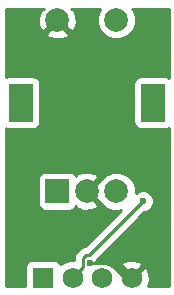
<source format=gbr>
G04 #@! TF.FileFunction,Copper,L2,Bot,Signal*
%FSLAX46Y46*%
G04 Gerber Fmt 4.6, Leading zero omitted, Abs format (unit mm)*
G04 Created by KiCad (PCBNEW 4.0.6) date Tue Sep 25 18:00:22 2018*
%MOMM*%
%LPD*%
G01*
G04 APERTURE LIST*
%ADD10C,0.100000*%
%ADD11C,2.000000*%
%ADD12R,2.000000X3.200000*%
%ADD13R,2.000000X2.000000*%
%ADD14R,1.750000X1.750000*%
%ADD15C,1.750000*%
%ADD16C,0.600000*%
%ADD17C,0.250000*%
%ADD18C,0.254000*%
G04 APERTURE END LIST*
D10*
D11*
X158924000Y-96675800D03*
X153924000Y-96675800D03*
D12*
X162024000Y-103675800D03*
X150824000Y-103675800D03*
D11*
X158924000Y-111175800D03*
X156424000Y-111175800D03*
D13*
X153924000Y-111175800D03*
D14*
X152717500Y-118491000D03*
D15*
X155217500Y-118491000D03*
X157717500Y-118491000D03*
X160217500Y-118491000D03*
D16*
X161163000Y-112014000D03*
X156718000Y-117221000D03*
D17*
X161163000Y-112014000D02*
X156591000Y-116586000D01*
X156591000Y-116586000D02*
X156337000Y-116586000D01*
X156337000Y-116586000D02*
X156083000Y-116840000D01*
X156083000Y-116840000D02*
X156083000Y-117602000D01*
X156083000Y-117602000D02*
X155194000Y-118491000D01*
X155194000Y-118491000D02*
X155217500Y-118491000D01*
X156718000Y-117221000D02*
X158115000Y-117221000D01*
X158115000Y-117221000D02*
X158242000Y-117348000D01*
X158242000Y-117348000D02*
X158369000Y-117348000D01*
X158369000Y-117348000D02*
X158496000Y-117475000D01*
X158496000Y-117475000D02*
X158623000Y-117475000D01*
X158623000Y-117475000D02*
X159639000Y-118491000D01*
X159639000Y-118491000D02*
X160217500Y-118491000D01*
D18*
G36*
X152504613Y-95801536D02*
X152278092Y-96411261D01*
X152302144Y-97061260D01*
X152504613Y-97550064D01*
X152771468Y-97648727D01*
X153744395Y-96675800D01*
X153730253Y-96661658D01*
X153909858Y-96482053D01*
X153924000Y-96496195D01*
X153938143Y-96482053D01*
X154117748Y-96661658D01*
X154103605Y-96675800D01*
X155076532Y-97648727D01*
X155343387Y-97550064D01*
X155569908Y-96940339D01*
X155545856Y-96290340D01*
X155343387Y-95801536D01*
X155084990Y-95706000D01*
X157581233Y-95706000D01*
X157538722Y-95748437D01*
X157289284Y-96349152D01*
X157288716Y-96999595D01*
X157537106Y-97600743D01*
X157996637Y-98061078D01*
X158597352Y-98310516D01*
X159247795Y-98311084D01*
X159848943Y-98062694D01*
X160309278Y-97603163D01*
X160558716Y-97002448D01*
X160559284Y-96352005D01*
X160310894Y-95750857D01*
X160266115Y-95706000D01*
X163374000Y-95706000D01*
X163374000Y-101546405D01*
X163275890Y-101479369D01*
X163024000Y-101428360D01*
X161024000Y-101428360D01*
X160788683Y-101472638D01*
X160572559Y-101611710D01*
X160427569Y-101823910D01*
X160376560Y-102075800D01*
X160376560Y-105275800D01*
X160420838Y-105511117D01*
X160559910Y-105727241D01*
X160772110Y-105872231D01*
X161024000Y-105923240D01*
X163024000Y-105923240D01*
X163259317Y-105878962D01*
X163374000Y-105805166D01*
X163374000Y-119178000D01*
X161574300Y-119178000D01*
X161739090Y-118725694D01*
X161713079Y-118125542D01*
X161533453Y-117691884D01*
X161279560Y-117608545D01*
X160397105Y-118491000D01*
X160411248Y-118505143D01*
X160231643Y-118684748D01*
X160217500Y-118670605D01*
X160203358Y-118684748D01*
X160023753Y-118505143D01*
X160037895Y-118491000D01*
X159155440Y-117608545D01*
X159006852Y-117657318D01*
X158998362Y-117636771D01*
X158790894Y-117428940D01*
X159335045Y-117428940D01*
X160217500Y-118311395D01*
X161099955Y-117428940D01*
X161016616Y-117175047D01*
X160452194Y-116969410D01*
X159852042Y-116995421D01*
X159418384Y-117175047D01*
X159335045Y-117428940D01*
X158790894Y-117428940D01*
X158573963Y-117211630D01*
X158019175Y-116981262D01*
X157418460Y-116980738D01*
X157167277Y-117084525D01*
X161302680Y-112949122D01*
X161348167Y-112949162D01*
X161691943Y-112807117D01*
X161955192Y-112544327D01*
X162097838Y-112200799D01*
X162098162Y-111828833D01*
X161956117Y-111485057D01*
X161693327Y-111221808D01*
X161349799Y-111079162D01*
X160977833Y-111078838D01*
X160634057Y-111220883D01*
X160558896Y-111295913D01*
X160559284Y-110852005D01*
X160310894Y-110250857D01*
X159851363Y-109790522D01*
X159250648Y-109541084D01*
X158600205Y-109540516D01*
X157999057Y-109788906D01*
X157582248Y-110204987D01*
X157576532Y-110202873D01*
X156603605Y-111175800D01*
X157576532Y-112148727D01*
X157582722Y-112146439D01*
X157996637Y-112561078D01*
X158597352Y-112810516D01*
X159247795Y-112811084D01*
X159321617Y-112780581D01*
X156261101Y-115841097D01*
X156046160Y-115883852D01*
X155799599Y-116048599D01*
X155545599Y-116302599D01*
X155380852Y-116549161D01*
X155323000Y-116840000D01*
X155323000Y-116981091D01*
X154918460Y-116980738D01*
X154363271Y-117210138D01*
X154194397Y-117378717D01*
X154056590Y-117164559D01*
X153844390Y-117019569D01*
X153592500Y-116968560D01*
X151842500Y-116968560D01*
X151607183Y-117012838D01*
X151391059Y-117151910D01*
X151246069Y-117364110D01*
X151195060Y-117616000D01*
X151195060Y-119178000D01*
X149554000Y-119178000D01*
X149554000Y-110175800D01*
X152276560Y-110175800D01*
X152276560Y-112175800D01*
X152320838Y-112411117D01*
X152459910Y-112627241D01*
X152672110Y-112772231D01*
X152924000Y-112823240D01*
X154924000Y-112823240D01*
X155159317Y-112778962D01*
X155375441Y-112639890D01*
X155499263Y-112458671D01*
X155549736Y-112595187D01*
X156159461Y-112821708D01*
X156809460Y-112797656D01*
X157298264Y-112595187D01*
X157396927Y-112328332D01*
X156424000Y-111355405D01*
X156409858Y-111369548D01*
X156230253Y-111189943D01*
X156244395Y-111175800D01*
X156230253Y-111161658D01*
X156409858Y-110982053D01*
X156424000Y-110996195D01*
X157396927Y-110023268D01*
X157298264Y-109756413D01*
X156688539Y-109529892D01*
X156038540Y-109553944D01*
X155549736Y-109756413D01*
X155498277Y-109895595D01*
X155388090Y-109724359D01*
X155175890Y-109579369D01*
X154924000Y-109528360D01*
X152924000Y-109528360D01*
X152688683Y-109572638D01*
X152472559Y-109711710D01*
X152327569Y-109923910D01*
X152276560Y-110175800D01*
X149554000Y-110175800D01*
X149554000Y-105859857D01*
X149572110Y-105872231D01*
X149824000Y-105923240D01*
X151824000Y-105923240D01*
X152059317Y-105878962D01*
X152275441Y-105739890D01*
X152420431Y-105527690D01*
X152471440Y-105275800D01*
X152471440Y-102075800D01*
X152427162Y-101840483D01*
X152288090Y-101624359D01*
X152075890Y-101479369D01*
X151824000Y-101428360D01*
X149824000Y-101428360D01*
X149588683Y-101472638D01*
X149554000Y-101494956D01*
X149554000Y-97828332D01*
X152951073Y-97828332D01*
X153049736Y-98095187D01*
X153659461Y-98321708D01*
X154309460Y-98297656D01*
X154798264Y-98095187D01*
X154896927Y-97828332D01*
X153924000Y-96855405D01*
X152951073Y-97828332D01*
X149554000Y-97828332D01*
X149554000Y-95706000D01*
X152763010Y-95706000D01*
X152504613Y-95801536D01*
X152504613Y-95801536D01*
G37*
X152504613Y-95801536D02*
X152278092Y-96411261D01*
X152302144Y-97061260D01*
X152504613Y-97550064D01*
X152771468Y-97648727D01*
X153744395Y-96675800D01*
X153730253Y-96661658D01*
X153909858Y-96482053D01*
X153924000Y-96496195D01*
X153938143Y-96482053D01*
X154117748Y-96661658D01*
X154103605Y-96675800D01*
X155076532Y-97648727D01*
X155343387Y-97550064D01*
X155569908Y-96940339D01*
X155545856Y-96290340D01*
X155343387Y-95801536D01*
X155084990Y-95706000D01*
X157581233Y-95706000D01*
X157538722Y-95748437D01*
X157289284Y-96349152D01*
X157288716Y-96999595D01*
X157537106Y-97600743D01*
X157996637Y-98061078D01*
X158597352Y-98310516D01*
X159247795Y-98311084D01*
X159848943Y-98062694D01*
X160309278Y-97603163D01*
X160558716Y-97002448D01*
X160559284Y-96352005D01*
X160310894Y-95750857D01*
X160266115Y-95706000D01*
X163374000Y-95706000D01*
X163374000Y-101546405D01*
X163275890Y-101479369D01*
X163024000Y-101428360D01*
X161024000Y-101428360D01*
X160788683Y-101472638D01*
X160572559Y-101611710D01*
X160427569Y-101823910D01*
X160376560Y-102075800D01*
X160376560Y-105275800D01*
X160420838Y-105511117D01*
X160559910Y-105727241D01*
X160772110Y-105872231D01*
X161024000Y-105923240D01*
X163024000Y-105923240D01*
X163259317Y-105878962D01*
X163374000Y-105805166D01*
X163374000Y-119178000D01*
X161574300Y-119178000D01*
X161739090Y-118725694D01*
X161713079Y-118125542D01*
X161533453Y-117691884D01*
X161279560Y-117608545D01*
X160397105Y-118491000D01*
X160411248Y-118505143D01*
X160231643Y-118684748D01*
X160217500Y-118670605D01*
X160203358Y-118684748D01*
X160023753Y-118505143D01*
X160037895Y-118491000D01*
X159155440Y-117608545D01*
X159006852Y-117657318D01*
X158998362Y-117636771D01*
X158790894Y-117428940D01*
X159335045Y-117428940D01*
X160217500Y-118311395D01*
X161099955Y-117428940D01*
X161016616Y-117175047D01*
X160452194Y-116969410D01*
X159852042Y-116995421D01*
X159418384Y-117175047D01*
X159335045Y-117428940D01*
X158790894Y-117428940D01*
X158573963Y-117211630D01*
X158019175Y-116981262D01*
X157418460Y-116980738D01*
X157167277Y-117084525D01*
X161302680Y-112949122D01*
X161348167Y-112949162D01*
X161691943Y-112807117D01*
X161955192Y-112544327D01*
X162097838Y-112200799D01*
X162098162Y-111828833D01*
X161956117Y-111485057D01*
X161693327Y-111221808D01*
X161349799Y-111079162D01*
X160977833Y-111078838D01*
X160634057Y-111220883D01*
X160558896Y-111295913D01*
X160559284Y-110852005D01*
X160310894Y-110250857D01*
X159851363Y-109790522D01*
X159250648Y-109541084D01*
X158600205Y-109540516D01*
X157999057Y-109788906D01*
X157582248Y-110204987D01*
X157576532Y-110202873D01*
X156603605Y-111175800D01*
X157576532Y-112148727D01*
X157582722Y-112146439D01*
X157996637Y-112561078D01*
X158597352Y-112810516D01*
X159247795Y-112811084D01*
X159321617Y-112780581D01*
X156261101Y-115841097D01*
X156046160Y-115883852D01*
X155799599Y-116048599D01*
X155545599Y-116302599D01*
X155380852Y-116549161D01*
X155323000Y-116840000D01*
X155323000Y-116981091D01*
X154918460Y-116980738D01*
X154363271Y-117210138D01*
X154194397Y-117378717D01*
X154056590Y-117164559D01*
X153844390Y-117019569D01*
X153592500Y-116968560D01*
X151842500Y-116968560D01*
X151607183Y-117012838D01*
X151391059Y-117151910D01*
X151246069Y-117364110D01*
X151195060Y-117616000D01*
X151195060Y-119178000D01*
X149554000Y-119178000D01*
X149554000Y-110175800D01*
X152276560Y-110175800D01*
X152276560Y-112175800D01*
X152320838Y-112411117D01*
X152459910Y-112627241D01*
X152672110Y-112772231D01*
X152924000Y-112823240D01*
X154924000Y-112823240D01*
X155159317Y-112778962D01*
X155375441Y-112639890D01*
X155499263Y-112458671D01*
X155549736Y-112595187D01*
X156159461Y-112821708D01*
X156809460Y-112797656D01*
X157298264Y-112595187D01*
X157396927Y-112328332D01*
X156424000Y-111355405D01*
X156409858Y-111369548D01*
X156230253Y-111189943D01*
X156244395Y-111175800D01*
X156230253Y-111161658D01*
X156409858Y-110982053D01*
X156424000Y-110996195D01*
X157396927Y-110023268D01*
X157298264Y-109756413D01*
X156688539Y-109529892D01*
X156038540Y-109553944D01*
X155549736Y-109756413D01*
X155498277Y-109895595D01*
X155388090Y-109724359D01*
X155175890Y-109579369D01*
X154924000Y-109528360D01*
X152924000Y-109528360D01*
X152688683Y-109572638D01*
X152472559Y-109711710D01*
X152327569Y-109923910D01*
X152276560Y-110175800D01*
X149554000Y-110175800D01*
X149554000Y-105859857D01*
X149572110Y-105872231D01*
X149824000Y-105923240D01*
X151824000Y-105923240D01*
X152059317Y-105878962D01*
X152275441Y-105739890D01*
X152420431Y-105527690D01*
X152471440Y-105275800D01*
X152471440Y-102075800D01*
X152427162Y-101840483D01*
X152288090Y-101624359D01*
X152075890Y-101479369D01*
X151824000Y-101428360D01*
X149824000Y-101428360D01*
X149588683Y-101472638D01*
X149554000Y-101494956D01*
X149554000Y-97828332D01*
X152951073Y-97828332D01*
X153049736Y-98095187D01*
X153659461Y-98321708D01*
X154309460Y-98297656D01*
X154798264Y-98095187D01*
X154896927Y-97828332D01*
X153924000Y-96855405D01*
X152951073Y-97828332D01*
X149554000Y-97828332D01*
X149554000Y-95706000D01*
X152763010Y-95706000D01*
X152504613Y-95801536D01*
M02*

</source>
